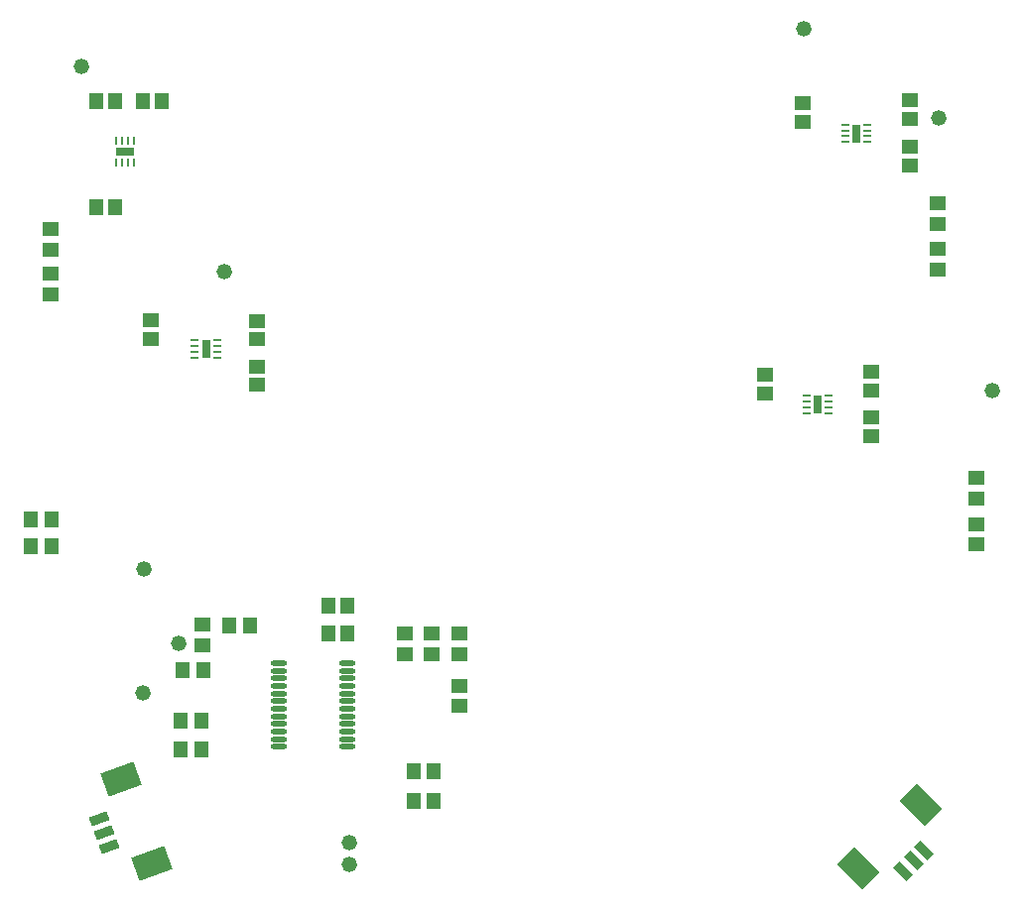
<source format=gtp>
G04*
G04 #@! TF.GenerationSoftware,Altium Limited,Altium Designer,18.1.9 (240)*
G04*
G04 Layer_Color=8421504*
%FSLAX25Y25*%
%MOIN*%
G70*
G01*
G75*
%ADD17O,0.05512X0.01772*%
%ADD18R,0.04528X0.05315*%
%ADD19R,0.05315X0.04528*%
%ADD20R,0.05118X0.05512*%
%ADD21R,0.05512X0.05118*%
%ADD22C,0.05200*%
%ADD23R,0.00984X0.03150*%
%ADD24R,0.06299X0.02717*%
%ADD25R,0.02717X0.06299*%
%ADD26R,0.03150X0.00984*%
G04:AMPARAMS|DCode=27|XSize=82.68mil|YSize=118.11mil|CornerRadius=0mil|HoleSize=0mil|Usage=FLASHONLY|Rotation=110.000|XOffset=0mil|YOffset=0mil|HoleType=Round|Shape=Rectangle|*
%AMROTATEDRECTD27*
4,1,4,0.06963,-0.01865,-0.04135,-0.05904,-0.06963,0.01865,0.04135,0.05904,0.06963,-0.01865,0.0*
%
%ADD27ROTATEDRECTD27*%

G04:AMPARAMS|DCode=28|XSize=31.5mil|YSize=62.99mil|CornerRadius=0mil|HoleSize=0mil|Usage=FLASHONLY|Rotation=110.000|XOffset=0mil|YOffset=0mil|HoleType=Round|Shape=Rectangle|*
%AMROTATEDRECTD28*
4,1,4,0.03498,-0.00403,-0.02421,-0.02557,-0.03498,0.00403,0.02421,0.02557,0.03498,-0.00403,0.0*
%
%ADD28ROTATEDRECTD28*%

G04:AMPARAMS|DCode=29|XSize=82.68mil|YSize=118.11mil|CornerRadius=0mil|HoleSize=0mil|Usage=FLASHONLY|Rotation=225.000|XOffset=0mil|YOffset=0mil|HoleType=Round|Shape=Rectangle|*
%AMROTATEDRECTD29*
4,1,4,-0.01253,0.07099,0.07099,-0.01253,0.01253,-0.07099,-0.07099,0.01253,-0.01253,0.07099,0.0*
%
%ADD29ROTATEDRECTD29*%

G04:AMPARAMS|DCode=30|XSize=31.5mil|YSize=62.99mil|CornerRadius=0mil|HoleSize=0mil|Usage=FLASHONLY|Rotation=225.000|XOffset=0mil|YOffset=0mil|HoleType=Round|Shape=Rectangle|*
%AMROTATEDRECTD30*
4,1,4,-0.01114,0.03341,0.03341,-0.01114,0.01114,-0.03341,-0.03341,0.01114,-0.01114,0.03341,0.0*
%
%ADD30ROTATEDRECTD30*%

D17*
X107337Y111679D02*
D03*
Y114238D02*
D03*
Y116797D02*
D03*
Y119356D02*
D03*
Y121915D02*
D03*
Y124475D02*
D03*
Y127034D02*
D03*
Y129593D02*
D03*
Y132152D02*
D03*
Y134711D02*
D03*
Y137270D02*
D03*
Y139829D02*
D03*
X84108Y111679D02*
D03*
Y114238D02*
D03*
Y116797D02*
D03*
Y119356D02*
D03*
Y121915D02*
D03*
Y124475D02*
D03*
Y127034D02*
D03*
Y129593D02*
D03*
Y132152D02*
D03*
Y134711D02*
D03*
Y137270D02*
D03*
Y139829D02*
D03*
D18*
X51417Y120429D02*
D03*
X58307D02*
D03*
X58252Y110929D02*
D03*
X51362D02*
D03*
X136374Y103429D02*
D03*
X129484D02*
D03*
Y93429D02*
D03*
X136374D02*
D03*
X67555Y152504D02*
D03*
X74445D02*
D03*
X52028Y137437D02*
D03*
X58917D02*
D03*
X7945Y188000D02*
D03*
X1055D02*
D03*
X7945Y179000D02*
D03*
X1055D02*
D03*
D19*
X58683Y152809D02*
D03*
Y145919D02*
D03*
X135722Y142809D02*
D03*
Y149699D02*
D03*
X126722D02*
D03*
Y142809D02*
D03*
X145000Y125307D02*
D03*
Y132197D02*
D03*
X144955Y149701D02*
D03*
Y142811D02*
D03*
X305500Y278945D02*
D03*
Y272055D02*
D03*
Y287407D02*
D03*
Y294297D02*
D03*
X318685Y186500D02*
D03*
Y179610D02*
D03*
Y195110D02*
D03*
Y202000D02*
D03*
X7500Y270654D02*
D03*
Y263764D02*
D03*
Y278764D02*
D03*
Y285654D02*
D03*
D20*
X107372Y159254D02*
D03*
X101073D02*
D03*
Y149754D02*
D03*
X107372D02*
D03*
X29260Y328677D02*
D03*
X22961D02*
D03*
X38461D02*
D03*
X44760D02*
D03*
X29110Y293209D02*
D03*
X22811D02*
D03*
D21*
X296307Y329079D02*
D03*
Y322779D02*
D03*
Y307130D02*
D03*
Y313429D02*
D03*
X260307Y328079D02*
D03*
Y321779D02*
D03*
X283307Y231555D02*
D03*
Y237854D02*
D03*
Y222354D02*
D03*
Y216055D02*
D03*
X247585Y230555D02*
D03*
Y236854D02*
D03*
X76807Y254921D02*
D03*
Y248622D02*
D03*
X76807Y233279D02*
D03*
Y239579D02*
D03*
X41339Y255079D02*
D03*
Y248780D02*
D03*
D22*
X260678Y353000D02*
D03*
X324000Y231500D02*
D03*
X108063Y72000D02*
D03*
X108063Y79500D02*
D03*
X38500Y129724D02*
D03*
X50472Y146437D02*
D03*
X66000Y271500D02*
D03*
X306000Y323000D02*
D03*
X39000Y171500D02*
D03*
X18000Y340500D02*
D03*
D23*
X29610Y307957D02*
D03*
X31579D02*
D03*
X33547D02*
D03*
X35516D02*
D03*
X29610Y315398D02*
D03*
X31579D02*
D03*
X33547D02*
D03*
X35516D02*
D03*
D24*
X32563Y311677D02*
D03*
D25*
X278307Y317929D02*
D03*
X265307Y226720D02*
D03*
X59807Y245476D02*
D03*
D26*
X282028Y314976D02*
D03*
Y316945D02*
D03*
Y318913D02*
D03*
Y320882D02*
D03*
X274587Y314976D02*
D03*
Y316945D02*
D03*
Y318913D02*
D03*
Y320882D02*
D03*
X261587Y229673D02*
D03*
Y227705D02*
D03*
Y225736D02*
D03*
Y223768D02*
D03*
X269027Y229673D02*
D03*
Y227705D02*
D03*
Y225736D02*
D03*
Y223768D02*
D03*
X63528Y242524D02*
D03*
Y244492D02*
D03*
Y246461D02*
D03*
Y248429D02*
D03*
X56087Y242524D02*
D03*
Y244492D02*
D03*
Y246461D02*
D03*
Y248429D02*
D03*
D27*
X31346Y100676D02*
D03*
X41580Y72559D02*
D03*
D28*
X27417Y78088D02*
D03*
X25734Y82713D02*
D03*
X24051Y87337D02*
D03*
D29*
X278802Y70840D02*
D03*
X299959Y91997D02*
D03*
D30*
X300934Y76825D02*
D03*
X297454Y73345D02*
D03*
X293974Y69865D02*
D03*
M02*

</source>
